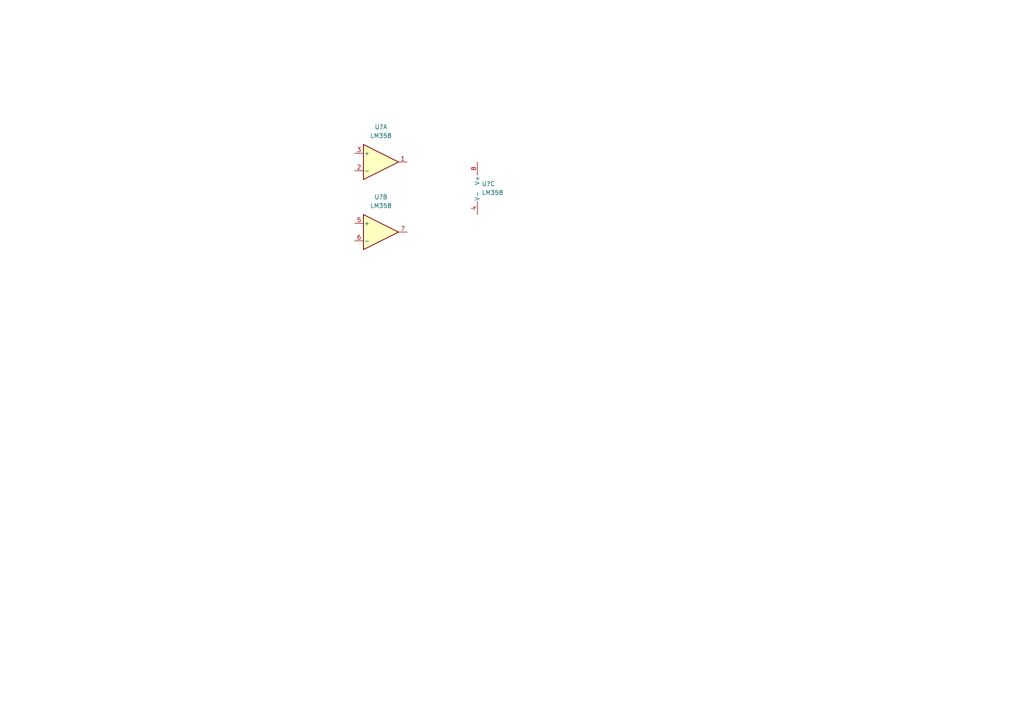
<source format=kicad_sch>
(kicad_sch (version 20250114) (generator "eeschema") (generator_version "9.0")
  (paper "A4")
  (lib_symbols
    (symbol "Amplifier_Operational:LM358" (pin_names (offset 0.127))
      (property "Reference" "U" (at 0 5.08 0))
      (property "Value" "LM358" (at 0 -5.08 0))
      (symbol "LM358_1_1"
        (polyline (pts (xy -5.08 5.08) (xy 5.08 0) (xy -5.08 -5.08) (xy -5.08 5.08)) (stroke (width 0.254)) (fill (type background)))
        (pin input line (at -7.62 2.54 0) (length 2.54) (name "+") (number "3"))
        (pin input line (at -7.62 -2.54 0) (length 2.54) (name "-") (number "2"))
        (pin output line (at 7.62 0 180) (length 2.54) (name "~") (number "1"))
      )
      (symbol "LM358_2_1"
        (polyline (pts (xy -5.08 5.08) (xy 5.08 0) (xy -5.08 -5.08) (xy -5.08 5.08)) (stroke (width 0.254)) (fill (type background)))
        (pin input line (at -7.62 2.54 0) (length 2.54) (name "+") (number "5"))
        (pin input line (at -7.62 -2.54 0) (length 2.54) (name "-") (number "6"))
        (pin output line (at 7.62 0 180) (length 2.54) (name "~") (number "7"))
      )
      (symbol "LM358_3_1"
        (pin power_in line (at -2.54 7.62 270) (length 3.81) (name "V+") (number "8"))
        (pin power_in line (at -2.54 -7.62 90) (length 3.81) (name "V-") (number "4"))
      )
    )
  )
  (symbol (lib_id "Amplifier_Operational:LM358") (at 110.49 67.31 0) (unit 2)
    (property "Reference" "U?" (at 110.49 57.15 0))
    (property "Value" "LM358" (at 110.49 59.69 0))
    (property "Datasheet" "http://www.ti.com/lit/ds/symlink/lm2904-n.pdf" (effects (hide yes)))
    (property "Description" "Low-Power, Dual Operational Amplifiers, DIP-8/SOIC-8/TO-99-8" (effects (hide yes)))
  )
  (symbol (lib_id "Amplifier_Operational:LM358") (at 140.97 54.61 0) (unit 3)
    (property "Reference" "U?" (at 139.7 53.3399 0) (effects (justify left)))
    (property "Value" "LM358" (at 139.7 55.8799 0) (effects (justify left)))
    (property "Datasheet" "http://www.ti.com/lit/ds/symlink/lm2904-n.pdf" (effects (hide yes)))
    (property "Description" "Low-Power, Dual Operational Amplifiers, DIP-8/SOIC-8/TO-99-8" (effects (hide yes)))
  )
  (symbol (lib_id "Amplifier_Operational:LM358") (at 110.49 46.99 0) (unit 1)
    (property "Reference" "U?" (at 110.49 36.83 0))
    (property "Value" "LM358" (at 110.49 39.37 0))
    (property "Datasheet" "http://www.ti.com/lit/ds/symlink/lm2904-n.pdf" (effects (hide yes)))
    (property "Description" "Low-Power, Dual Operational Amplifiers, DIP-8/SOIC-8/TO-99-8" (effects (hide yes)))
  )
)
</source>
